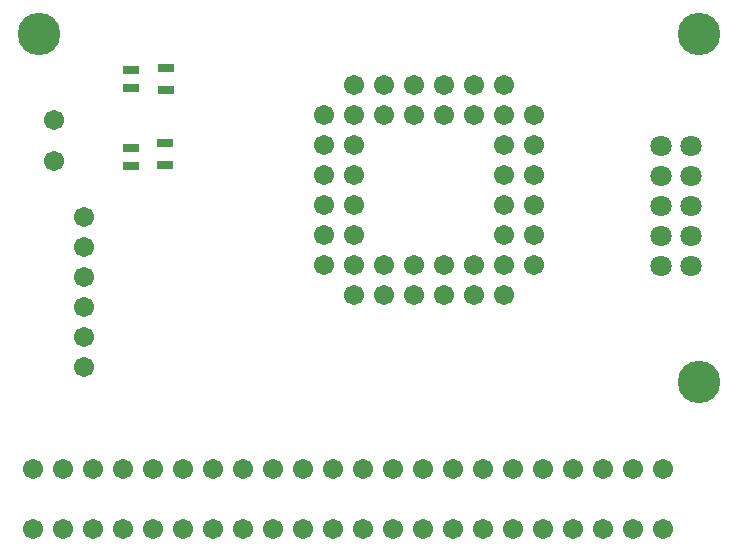
<source format=gts>
G04*
G04 #@! TF.GenerationSoftware,Altium Limited,Altium Designer,19.0.14 (431)*
G04*
G04 Layer_Color=8388736*
%FSLAX44Y44*%
%MOMM*%
G71*
G01*
G75*
%ADD18R,1.3400X0.7400*%
%ADD19R,1.4032X0.7032*%
%ADD20C,1.7032*%
%ADD21C,3.6000*%
%ADD22C,1.8032*%
D18*
X115824Y332610D02*
D03*
Y348110D02*
D03*
Y414018D02*
D03*
Y398518D02*
D03*
D19*
X145000Y333400D02*
D03*
Y352400D02*
D03*
X146050Y415768D02*
D03*
Y396768D02*
D03*
D20*
X33020Y76200D02*
D03*
X58420D02*
D03*
X83820D02*
D03*
X109220D02*
D03*
X134620D02*
D03*
X160020D02*
D03*
X185420D02*
D03*
X210820D02*
D03*
X236220D02*
D03*
X261620D02*
D03*
X287020D02*
D03*
X312420D02*
D03*
X337820D02*
D03*
X363220D02*
D03*
X388620D02*
D03*
X414020D02*
D03*
X439420D02*
D03*
X464820D02*
D03*
X490220D02*
D03*
X515620D02*
D03*
X541020D02*
D03*
X566420D02*
D03*
Y25400D02*
D03*
X541020D02*
D03*
X515620D02*
D03*
X490220D02*
D03*
X464820D02*
D03*
X439420D02*
D03*
X414020D02*
D03*
X388620D02*
D03*
X363220D02*
D03*
X337820D02*
D03*
X312420D02*
D03*
X287020D02*
D03*
X261620D02*
D03*
X236220D02*
D03*
X210820D02*
D03*
X185420D02*
D03*
X160020D02*
D03*
X134620D02*
D03*
X109220D02*
D03*
X83820D02*
D03*
X58420D02*
D03*
X33020D02*
D03*
X76200Y161950D02*
D03*
Y187350D02*
D03*
Y212750D02*
D03*
Y238150D02*
D03*
Y263550D02*
D03*
Y288950D02*
D03*
X50800Y336550D02*
D03*
Y371552D02*
D03*
X457200Y248920D02*
D03*
Y274320D02*
D03*
Y299720D02*
D03*
Y325120D02*
D03*
Y350520D02*
D03*
Y375920D02*
D03*
X431800Y223520D02*
D03*
Y248920D02*
D03*
Y274320D02*
D03*
Y299720D02*
D03*
Y325120D02*
D03*
Y350520D02*
D03*
Y375920D02*
D03*
Y401320D02*
D03*
X406400Y223520D02*
D03*
Y248920D02*
D03*
Y375920D02*
D03*
Y401320D02*
D03*
X381000Y223520D02*
D03*
Y248920D02*
D03*
Y375920D02*
D03*
Y401320D02*
D03*
X355600Y223520D02*
D03*
Y248920D02*
D03*
Y375920D02*
D03*
Y401320D02*
D03*
X330200Y223520D02*
D03*
Y248920D02*
D03*
Y375920D02*
D03*
Y401320D02*
D03*
X304800Y223520D02*
D03*
Y248920D02*
D03*
Y274320D02*
D03*
Y299720D02*
D03*
Y325120D02*
D03*
Y350520D02*
D03*
Y375920D02*
D03*
Y401320D02*
D03*
X279400Y248920D02*
D03*
Y274320D02*
D03*
Y299720D02*
D03*
Y325120D02*
D03*
Y350520D02*
D03*
Y375920D02*
D03*
D21*
X38100Y444500D02*
D03*
X596900D02*
D03*
Y150000D02*
D03*
D22*
X565150Y349250D02*
D03*
X590550D02*
D03*
X565150Y323850D02*
D03*
X590550D02*
D03*
X565150Y298450D02*
D03*
X590550D02*
D03*
X565150Y273050D02*
D03*
X590550D02*
D03*
X565150Y247650D02*
D03*
X590550D02*
D03*
M02*

</source>
